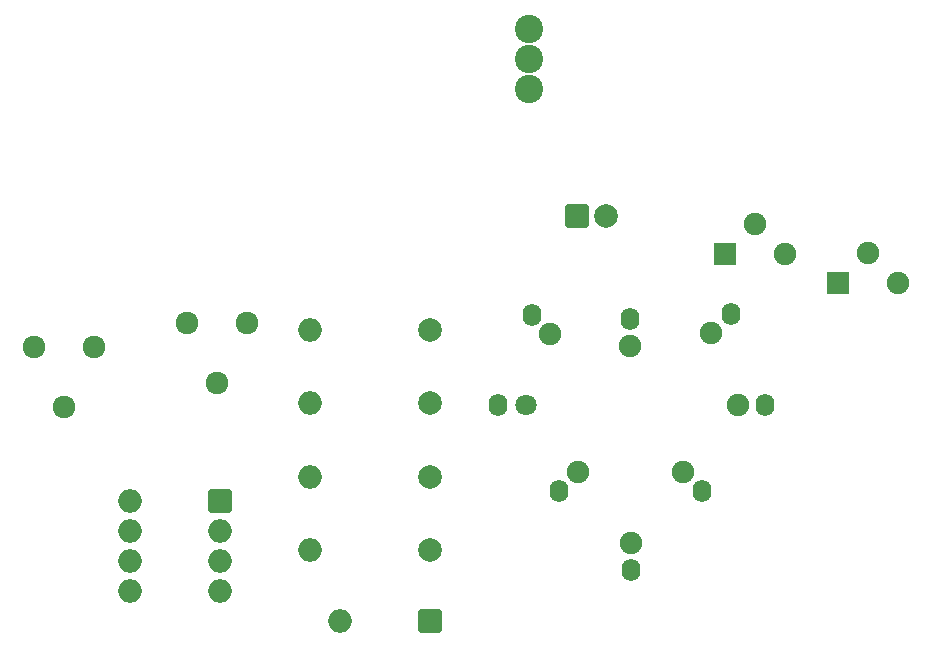
<source format=gbr>
%TF.GenerationSoftware,KiCad,Pcbnew,8.0.1*%
%TF.CreationDate,2024-04-02T10:44:01+02:00*%
%TF.ProjectId,Einhorn,45696e68-6f72-46e2-9e6b-696361645f70,rev?*%
%TF.SameCoordinates,Original*%
%TF.FileFunction,Soldermask,Top*%
%TF.FilePolarity,Negative*%
%FSLAX46Y46*%
G04 Gerber Fmt 4.6, Leading zero omitted, Abs format (unit mm)*
G04 Created by KiCad (PCBNEW 8.0.1) date 2024-04-02 10:44:01*
%MOMM*%
%LPD*%
G01*
G04 APERTURE LIST*
G04 Aperture macros list*
%AMRoundRect*
0 Rectangle with rounded corners*
0 $1 Rounding radius*
0 $2 $3 $4 $5 $6 $7 $8 $9 X,Y pos of 4 corners*
0 Add a 4 corners polygon primitive as box body*
4,1,4,$2,$3,$4,$5,$6,$7,$8,$9,$2,$3,0*
0 Add four circle primitives for the rounded corners*
1,1,$1+$1,$2,$3*
1,1,$1+$1,$4,$5*
1,1,$1+$1,$6,$7*
1,1,$1+$1,$8,$9*
0 Add four rect primitives between the rounded corners*
20,1,$1+$1,$2,$3,$4,$5,0*
20,1,$1+$1,$4,$5,$6,$7,0*
20,1,$1+$1,$6,$7,$8,$9,0*
20,1,$1+$1,$8,$9,$2,$3,0*%
G04 Aperture macros list end*
%ADD10RoundRect,0.200000X-0.750000X-0.750000X0.750000X-0.750000X0.750000X0.750000X-0.750000X0.750000X0*%
%ADD11C,1.900000*%
%ADD12RoundRect,0.200000X-0.800000X-0.800000X0.800000X-0.800000X0.800000X0.800000X-0.800000X0.800000X0*%
%ADD13C,2.000000*%
%ADD14C,1.924000*%
%ADD15O,1.600000X1.900000*%
%ADD16C,1.800000*%
%ADD17RoundRect,0.200000X0.800000X0.800000X-0.800000X0.800000X-0.800000X-0.800000X0.800000X-0.800000X0*%
%ADD18O,2.000000X2.000000*%
%ADD19C,2.400000*%
G04 APERTURE END LIST*
D10*
%TO.C,T2*%
X106256000Y-66790000D03*
D11*
X108796000Y-64250000D03*
X111336000Y-66790000D03*
%TD*%
D10*
%TO.C,T1*%
X96646000Y-64350000D03*
D11*
X99186000Y-61810000D03*
X101726000Y-64350000D03*
%TD*%
D12*
%TO.C,C1*%
X84084000Y-61134000D03*
D13*
X86584000Y-61134000D03*
%TD*%
D14*
%TO.C,P1*%
X56144000Y-70212000D03*
X51064000Y-70212000D03*
X53604000Y-75292000D03*
%TD*%
D15*
%TO.C,U3*%
X100026000Y-77136000D03*
X97126000Y-69436000D03*
X94726000Y-84436000D03*
X88726000Y-91136000D03*
X88622051Y-69860000D03*
X82629949Y-84436000D03*
X80326000Y-69532051D03*
X77426000Y-77136000D03*
D11*
X97726000Y-77136000D03*
X95426000Y-71036000D03*
X93126000Y-82836000D03*
X88726000Y-88836000D03*
X88622051Y-72146000D03*
X84229949Y-82836000D03*
X81826000Y-71132051D03*
D16*
X79826000Y-77136000D03*
%TD*%
D17*
%TO.C,D3*%
X71638000Y-95424000D03*
D18*
X64018000Y-95424000D03*
%TD*%
D13*
%TO.C,R4*%
X71638000Y-77008000D03*
D18*
X61478000Y-77008000D03*
%TD*%
D13*
%TO.C,R5*%
X71638000Y-83230000D03*
D18*
X61478000Y-83230000D03*
%TD*%
D13*
%TO.C,R6*%
X71638000Y-89452000D03*
D18*
X61478000Y-89452000D03*
%TD*%
D17*
%TO.C,U1*%
X53858000Y-85264000D03*
D18*
X53858000Y-87804000D03*
X53858000Y-90344000D03*
X53858000Y-92884000D03*
X46238000Y-92884000D03*
X46238000Y-90344000D03*
X46238000Y-87804000D03*
X46238000Y-85264000D03*
%TD*%
D13*
%TO.C,R3*%
X71638000Y-70786000D03*
D18*
X61478000Y-70786000D03*
%TD*%
D14*
%TO.C,P2*%
X43190000Y-72244000D03*
X38110000Y-72244000D03*
X40650000Y-77324000D03*
%TD*%
D19*
%TO.C,S1*%
X80058100Y-45347900D03*
X80058100Y-47887900D03*
X80058100Y-50427900D03*
%TD*%
M02*

</source>
